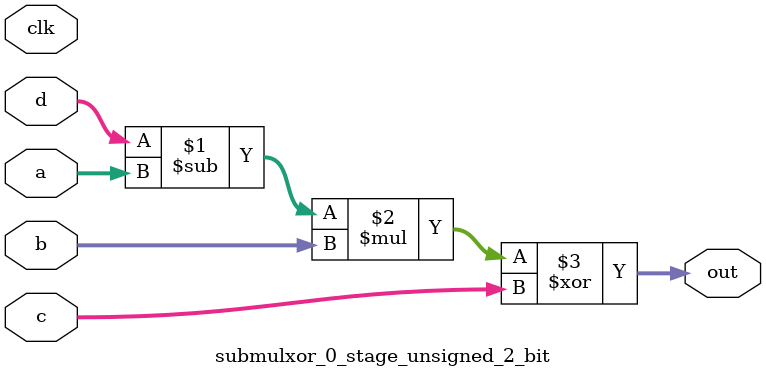
<source format=sv>
(* use_dsp = "yes" *) module submulxor_0_stage_unsigned_2_bit(
	input  [1:0] a,
	input  [1:0] b,
	input  [1:0] c,
	input  [1:0] d,
	output [1:0] out,
	input clk);

	assign out = ((d - a) * b) ^ c;
endmodule

</source>
